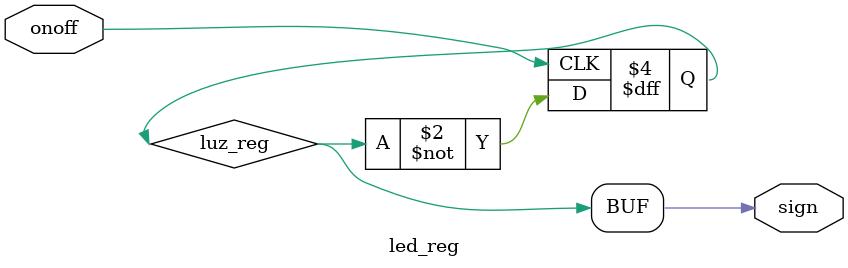
<source format=v>
module toplevel;
  wire luz;
  wire sgn;
  wire [25:0] cnt;
  count C(CLOCK_50, sgn, cnt);
  count_check CC(cnt,sgn);
  led_reg LR(sgn, LEDG);
endmodule

module count (input clock, input sign, output [25:0] count);
  reg [25:0] reg_count = 0;
  assign count = reg_count;

  always @(posedge clock) begin
    if (sign == 1) begin
      reg_count <= 0;
    end else begin
      reg_count <= reg_count + 1;
    end
    end
endmodule

module count_check (input [25:0] count, output sign);

  reg sign_reg = 0;
  assign sign = sign_reg;
  always @(count) begin
    case (count)
      26'd50000000: sign_reg <=1;
      default : sign_reg <=0;
    endcase
  end
endmodule

module led_reg (input onoff, output sign);
  reg luz_reg = 0;
  assign sign = luz_reg;
  always @(posedge onoff) luz_reg <= ~luz_reg;
endmodule



/*
module teste;
  reg clk = 0;
  always #2 clk<= ~clk;
  wire luz;
  wire sgn;
  wire [25:0] cnt;
  count C(clk, sgn, cnt);
  count_check CC(cnt,sgn);
  led_reg LR(sgn, luz);

  initial begin
    $dumpvars (0, C, CC, LR, luz);
      #5000
    $finish;
  end
endmodule*/

</source>
